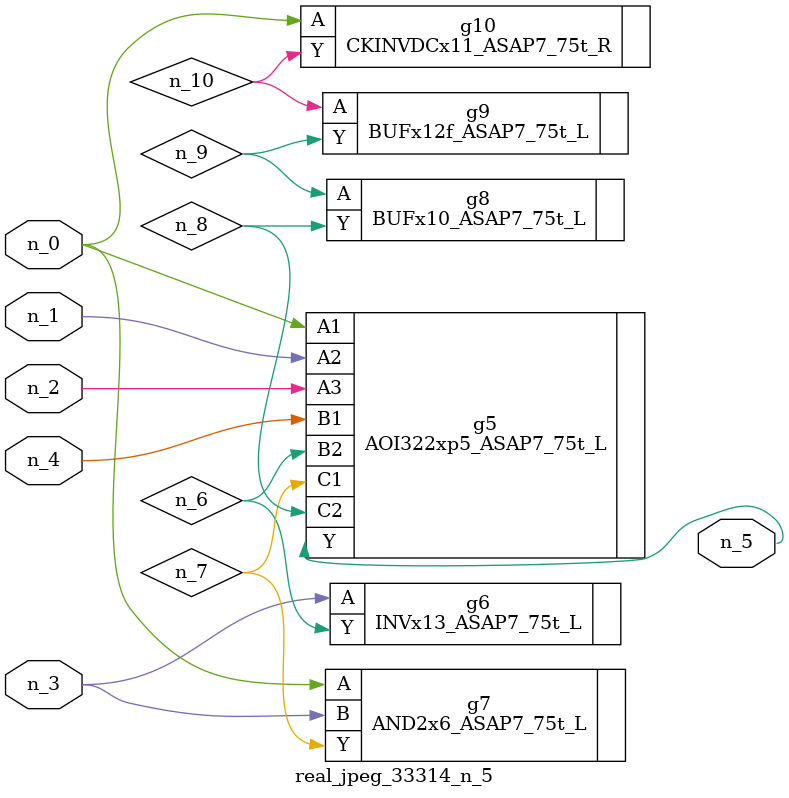
<source format=v>
module real_jpeg_33314_n_5 (n_4, n_0, n_1, n_2, n_3, n_5);

input n_4;
input n_0;
input n_1;
input n_2;
input n_3;

output n_5;

wire n_8;
wire n_6;
wire n_7;
wire n_10;
wire n_9;

AOI322xp5_ASAP7_75t_L g5 ( 
.A1(n_0),
.A2(n_1),
.A3(n_2),
.B1(n_4),
.B2(n_6),
.C1(n_7),
.C2(n_8),
.Y(n_5)
);

AND2x6_ASAP7_75t_L g7 ( 
.A(n_0),
.B(n_3),
.Y(n_7)
);

CKINVDCx11_ASAP7_75t_R g10 ( 
.A(n_0),
.Y(n_10)
);

INVx13_ASAP7_75t_L g6 ( 
.A(n_3),
.Y(n_6)
);

BUFx10_ASAP7_75t_L g8 ( 
.A(n_9),
.Y(n_8)
);

BUFx12f_ASAP7_75t_L g9 ( 
.A(n_10),
.Y(n_9)
);


endmodule
</source>
